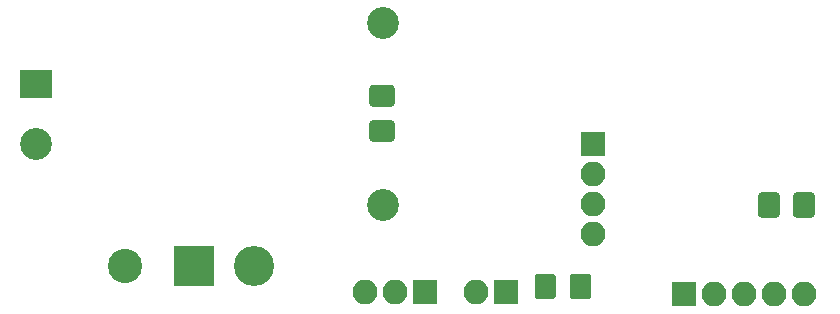
<source format=gbr>
G04 #@! TF.GenerationSoftware,KiCad,Pcbnew,(5.1.5-0-10_14)*
G04 #@! TF.CreationDate,2020-06-28T15:17:39+02:00*
G04 #@! TF.ProjectId,ESP8266-PowerMonitor,45535038-3236-4362-9d50-6f7765724d6f,rev?*
G04 #@! TF.SameCoordinates,Original*
G04 #@! TF.FileFunction,Soldermask,Bot*
G04 #@! TF.FilePolarity,Negative*
%FSLAX46Y46*%
G04 Gerber Fmt 4.6, Leading zero omitted, Abs format (unit mm)*
G04 Created by KiCad (PCBNEW (5.1.5-0-10_14)) date 2020-06-28 15:17:39*
%MOMM*%
%LPD*%
G04 APERTURE LIST*
%ADD10C,2.900000*%
%ADD11O,2.100000X2.100000*%
%ADD12R,2.100000X2.100000*%
%ADD13C,1.000000*%
%ADD14R,3.400000X3.400000*%
%ADD15C,3.400000*%
%ADD16C,2.700000*%
%ADD17R,2.700000X2.400000*%
G04 APERTURE END LIST*
D10*
X117650000Y-113800000D03*
D11*
X157300000Y-111120000D03*
X157300000Y-108580000D03*
X157300000Y-106040000D03*
D12*
X157300000Y-103500000D03*
X165000000Y-116200000D03*
D11*
X167540000Y-116200000D03*
X170080000Y-116200000D03*
X172620000Y-116200000D03*
X175160000Y-116200000D03*
D13*
G36*
X153848707Y-114476542D02*
G01*
X153879787Y-114481152D01*
X153910266Y-114488787D01*
X153939850Y-114499372D01*
X153968254Y-114512806D01*
X153995204Y-114528959D01*
X154020442Y-114547677D01*
X154043723Y-114568777D01*
X154064823Y-114592058D01*
X154083541Y-114617296D01*
X154099694Y-114644246D01*
X154113128Y-114672650D01*
X154123713Y-114702234D01*
X154131348Y-114732713D01*
X154135958Y-114763793D01*
X154137500Y-114795176D01*
X154137500Y-116304824D01*
X154135958Y-116336207D01*
X154131348Y-116367287D01*
X154123713Y-116397766D01*
X154113128Y-116427350D01*
X154099694Y-116455754D01*
X154083541Y-116482704D01*
X154064823Y-116507942D01*
X154043723Y-116531223D01*
X154020442Y-116552323D01*
X153995204Y-116571041D01*
X153968254Y-116587194D01*
X153939850Y-116600628D01*
X153910266Y-116611213D01*
X153879787Y-116618848D01*
X153848707Y-116623458D01*
X153817324Y-116625000D01*
X152632676Y-116625000D01*
X152601293Y-116623458D01*
X152570213Y-116618848D01*
X152539734Y-116611213D01*
X152510150Y-116600628D01*
X152481746Y-116587194D01*
X152454796Y-116571041D01*
X152429558Y-116552323D01*
X152406277Y-116531223D01*
X152385177Y-116507942D01*
X152366459Y-116482704D01*
X152350306Y-116455754D01*
X152336872Y-116427350D01*
X152326287Y-116397766D01*
X152318652Y-116367287D01*
X152314042Y-116336207D01*
X152312500Y-116304824D01*
X152312500Y-114795176D01*
X152314042Y-114763793D01*
X152318652Y-114732713D01*
X152326287Y-114702234D01*
X152336872Y-114672650D01*
X152350306Y-114644246D01*
X152366459Y-114617296D01*
X152385177Y-114592058D01*
X152406277Y-114568777D01*
X152429558Y-114547677D01*
X152454796Y-114528959D01*
X152481746Y-114512806D01*
X152510150Y-114499372D01*
X152539734Y-114488787D01*
X152570213Y-114481152D01*
X152601293Y-114476542D01*
X152632676Y-114475000D01*
X153817324Y-114475000D01*
X153848707Y-114476542D01*
G37*
G36*
X156823707Y-114476542D02*
G01*
X156854787Y-114481152D01*
X156885266Y-114488787D01*
X156914850Y-114499372D01*
X156943254Y-114512806D01*
X156970204Y-114528959D01*
X156995442Y-114547677D01*
X157018723Y-114568777D01*
X157039823Y-114592058D01*
X157058541Y-114617296D01*
X157074694Y-114644246D01*
X157088128Y-114672650D01*
X157098713Y-114702234D01*
X157106348Y-114732713D01*
X157110958Y-114763793D01*
X157112500Y-114795176D01*
X157112500Y-116304824D01*
X157110958Y-116336207D01*
X157106348Y-116367287D01*
X157098713Y-116397766D01*
X157088128Y-116427350D01*
X157074694Y-116455754D01*
X157058541Y-116482704D01*
X157039823Y-116507942D01*
X157018723Y-116531223D01*
X156995442Y-116552323D01*
X156970204Y-116571041D01*
X156943254Y-116587194D01*
X156914850Y-116600628D01*
X156885266Y-116611213D01*
X156854787Y-116618848D01*
X156823707Y-116623458D01*
X156792324Y-116625000D01*
X155607676Y-116625000D01*
X155576293Y-116623458D01*
X155545213Y-116618848D01*
X155514734Y-116611213D01*
X155485150Y-116600628D01*
X155456746Y-116587194D01*
X155429796Y-116571041D01*
X155404558Y-116552323D01*
X155381277Y-116531223D01*
X155360177Y-116507942D01*
X155341459Y-116482704D01*
X155325306Y-116455754D01*
X155311872Y-116427350D01*
X155301287Y-116397766D01*
X155293652Y-116367287D01*
X155289042Y-116336207D01*
X155287500Y-116304824D01*
X155287500Y-114795176D01*
X155289042Y-114763793D01*
X155293652Y-114732713D01*
X155301287Y-114702234D01*
X155311872Y-114672650D01*
X155325306Y-114644246D01*
X155341459Y-114617296D01*
X155360177Y-114592058D01*
X155381277Y-114568777D01*
X155404558Y-114547677D01*
X155429796Y-114528959D01*
X155456746Y-114512806D01*
X155485150Y-114499372D01*
X155514734Y-114488787D01*
X155545213Y-114481152D01*
X155576293Y-114476542D01*
X155607676Y-114475000D01*
X156792324Y-114475000D01*
X156823707Y-114476542D01*
G37*
D12*
X143050000Y-116050000D03*
D11*
X140510000Y-116050000D03*
X137970000Y-116050000D03*
D13*
G36*
X175748707Y-107576542D02*
G01*
X175779787Y-107581152D01*
X175810266Y-107588787D01*
X175839850Y-107599372D01*
X175868254Y-107612806D01*
X175895204Y-107628959D01*
X175920442Y-107647677D01*
X175943723Y-107668777D01*
X175964823Y-107692058D01*
X175983541Y-107717296D01*
X175999694Y-107744246D01*
X176013128Y-107772650D01*
X176023713Y-107802234D01*
X176031348Y-107832713D01*
X176035958Y-107863793D01*
X176037500Y-107895176D01*
X176037500Y-109404824D01*
X176035958Y-109436207D01*
X176031348Y-109467287D01*
X176023713Y-109497766D01*
X176013128Y-109527350D01*
X175999694Y-109555754D01*
X175983541Y-109582704D01*
X175964823Y-109607942D01*
X175943723Y-109631223D01*
X175920442Y-109652323D01*
X175895204Y-109671041D01*
X175868254Y-109687194D01*
X175839850Y-109700628D01*
X175810266Y-109711213D01*
X175779787Y-109718848D01*
X175748707Y-109723458D01*
X175717324Y-109725000D01*
X174532676Y-109725000D01*
X174501293Y-109723458D01*
X174470213Y-109718848D01*
X174439734Y-109711213D01*
X174410150Y-109700628D01*
X174381746Y-109687194D01*
X174354796Y-109671041D01*
X174329558Y-109652323D01*
X174306277Y-109631223D01*
X174285177Y-109607942D01*
X174266459Y-109582704D01*
X174250306Y-109555754D01*
X174236872Y-109527350D01*
X174226287Y-109497766D01*
X174218652Y-109467287D01*
X174214042Y-109436207D01*
X174212500Y-109404824D01*
X174212500Y-107895176D01*
X174214042Y-107863793D01*
X174218652Y-107832713D01*
X174226287Y-107802234D01*
X174236872Y-107772650D01*
X174250306Y-107744246D01*
X174266459Y-107717296D01*
X174285177Y-107692058D01*
X174306277Y-107668777D01*
X174329558Y-107647677D01*
X174354796Y-107628959D01*
X174381746Y-107612806D01*
X174410150Y-107599372D01*
X174439734Y-107588787D01*
X174470213Y-107581152D01*
X174501293Y-107576542D01*
X174532676Y-107575000D01*
X175717324Y-107575000D01*
X175748707Y-107576542D01*
G37*
G36*
X172773707Y-107576542D02*
G01*
X172804787Y-107581152D01*
X172835266Y-107588787D01*
X172864850Y-107599372D01*
X172893254Y-107612806D01*
X172920204Y-107628959D01*
X172945442Y-107647677D01*
X172968723Y-107668777D01*
X172989823Y-107692058D01*
X173008541Y-107717296D01*
X173024694Y-107744246D01*
X173038128Y-107772650D01*
X173048713Y-107802234D01*
X173056348Y-107832713D01*
X173060958Y-107863793D01*
X173062500Y-107895176D01*
X173062500Y-109404824D01*
X173060958Y-109436207D01*
X173056348Y-109467287D01*
X173048713Y-109497766D01*
X173038128Y-109527350D01*
X173024694Y-109555754D01*
X173008541Y-109582704D01*
X172989823Y-109607942D01*
X172968723Y-109631223D01*
X172945442Y-109652323D01*
X172920204Y-109671041D01*
X172893254Y-109687194D01*
X172864850Y-109700628D01*
X172835266Y-109711213D01*
X172804787Y-109718848D01*
X172773707Y-109723458D01*
X172742324Y-109725000D01*
X171557676Y-109725000D01*
X171526293Y-109723458D01*
X171495213Y-109718848D01*
X171464734Y-109711213D01*
X171435150Y-109700628D01*
X171406746Y-109687194D01*
X171379796Y-109671041D01*
X171354558Y-109652323D01*
X171331277Y-109631223D01*
X171310177Y-109607942D01*
X171291459Y-109582704D01*
X171275306Y-109555754D01*
X171261872Y-109527350D01*
X171251287Y-109497766D01*
X171243652Y-109467287D01*
X171239042Y-109436207D01*
X171237500Y-109404824D01*
X171237500Y-107895176D01*
X171239042Y-107863793D01*
X171243652Y-107832713D01*
X171251287Y-107802234D01*
X171261872Y-107772650D01*
X171275306Y-107744246D01*
X171291459Y-107717296D01*
X171310177Y-107692058D01*
X171331277Y-107668777D01*
X171354558Y-107647677D01*
X171379796Y-107628959D01*
X171406746Y-107612806D01*
X171435150Y-107599372D01*
X171464734Y-107588787D01*
X171495213Y-107581152D01*
X171526293Y-107576542D01*
X171557676Y-107575000D01*
X172742324Y-107575000D01*
X172773707Y-107576542D01*
G37*
G36*
X140186207Y-101476542D02*
G01*
X140217287Y-101481152D01*
X140247766Y-101488787D01*
X140277350Y-101499372D01*
X140305754Y-101512806D01*
X140332704Y-101528959D01*
X140357942Y-101547677D01*
X140381223Y-101568777D01*
X140402323Y-101592058D01*
X140421041Y-101617296D01*
X140437194Y-101644246D01*
X140450628Y-101672650D01*
X140461213Y-101702234D01*
X140468848Y-101732713D01*
X140473458Y-101763793D01*
X140475000Y-101795176D01*
X140475000Y-102979824D01*
X140473458Y-103011207D01*
X140468848Y-103042287D01*
X140461213Y-103072766D01*
X140450628Y-103102350D01*
X140437194Y-103130754D01*
X140421041Y-103157704D01*
X140402323Y-103182942D01*
X140381223Y-103206223D01*
X140357942Y-103227323D01*
X140332704Y-103246041D01*
X140305754Y-103262194D01*
X140277350Y-103275628D01*
X140247766Y-103286213D01*
X140217287Y-103293848D01*
X140186207Y-103298458D01*
X140154824Y-103300000D01*
X138645176Y-103300000D01*
X138613793Y-103298458D01*
X138582713Y-103293848D01*
X138552234Y-103286213D01*
X138522650Y-103275628D01*
X138494246Y-103262194D01*
X138467296Y-103246041D01*
X138442058Y-103227323D01*
X138418777Y-103206223D01*
X138397677Y-103182942D01*
X138378959Y-103157704D01*
X138362806Y-103130754D01*
X138349372Y-103102350D01*
X138338787Y-103072766D01*
X138331152Y-103042287D01*
X138326542Y-103011207D01*
X138325000Y-102979824D01*
X138325000Y-101795176D01*
X138326542Y-101763793D01*
X138331152Y-101732713D01*
X138338787Y-101702234D01*
X138349372Y-101672650D01*
X138362806Y-101644246D01*
X138378959Y-101617296D01*
X138397677Y-101592058D01*
X138418777Y-101568777D01*
X138442058Y-101547677D01*
X138467296Y-101528959D01*
X138494246Y-101512806D01*
X138522650Y-101499372D01*
X138552234Y-101488787D01*
X138582713Y-101481152D01*
X138613793Y-101476542D01*
X138645176Y-101475000D01*
X140154824Y-101475000D01*
X140186207Y-101476542D01*
G37*
G36*
X140186207Y-98501542D02*
G01*
X140217287Y-98506152D01*
X140247766Y-98513787D01*
X140277350Y-98524372D01*
X140305754Y-98537806D01*
X140332704Y-98553959D01*
X140357942Y-98572677D01*
X140381223Y-98593777D01*
X140402323Y-98617058D01*
X140421041Y-98642296D01*
X140437194Y-98669246D01*
X140450628Y-98697650D01*
X140461213Y-98727234D01*
X140468848Y-98757713D01*
X140473458Y-98788793D01*
X140475000Y-98820176D01*
X140475000Y-100004824D01*
X140473458Y-100036207D01*
X140468848Y-100067287D01*
X140461213Y-100097766D01*
X140450628Y-100127350D01*
X140437194Y-100155754D01*
X140421041Y-100182704D01*
X140402323Y-100207942D01*
X140381223Y-100231223D01*
X140357942Y-100252323D01*
X140332704Y-100271041D01*
X140305754Y-100287194D01*
X140277350Y-100300628D01*
X140247766Y-100311213D01*
X140217287Y-100318848D01*
X140186207Y-100323458D01*
X140154824Y-100325000D01*
X138645176Y-100325000D01*
X138613793Y-100323458D01*
X138582713Y-100318848D01*
X138552234Y-100311213D01*
X138522650Y-100300628D01*
X138494246Y-100287194D01*
X138467296Y-100271041D01*
X138442058Y-100252323D01*
X138418777Y-100231223D01*
X138397677Y-100207942D01*
X138378959Y-100182704D01*
X138362806Y-100155754D01*
X138349372Y-100127350D01*
X138338787Y-100097766D01*
X138331152Y-100067287D01*
X138326542Y-100036207D01*
X138325000Y-100004824D01*
X138325000Y-98820176D01*
X138326542Y-98788793D01*
X138331152Y-98757713D01*
X138338787Y-98727234D01*
X138349372Y-98697650D01*
X138362806Y-98669246D01*
X138378959Y-98642296D01*
X138397677Y-98617058D01*
X138418777Y-98593777D01*
X138442058Y-98572677D01*
X138467296Y-98553959D01*
X138494246Y-98537806D01*
X138522650Y-98524372D01*
X138552234Y-98513787D01*
X138582713Y-98506152D01*
X138613793Y-98501542D01*
X138645176Y-98500000D01*
X140154824Y-98500000D01*
X140186207Y-98501542D01*
G37*
D12*
X149900000Y-116000000D03*
D11*
X147360000Y-116000000D03*
D14*
X123500000Y-113800000D03*
D15*
X128580000Y-113800000D03*
D16*
X139500000Y-93250000D03*
D17*
X110100000Y-98450000D03*
D16*
X110100000Y-103450000D03*
X139500000Y-108650000D03*
M02*

</source>
